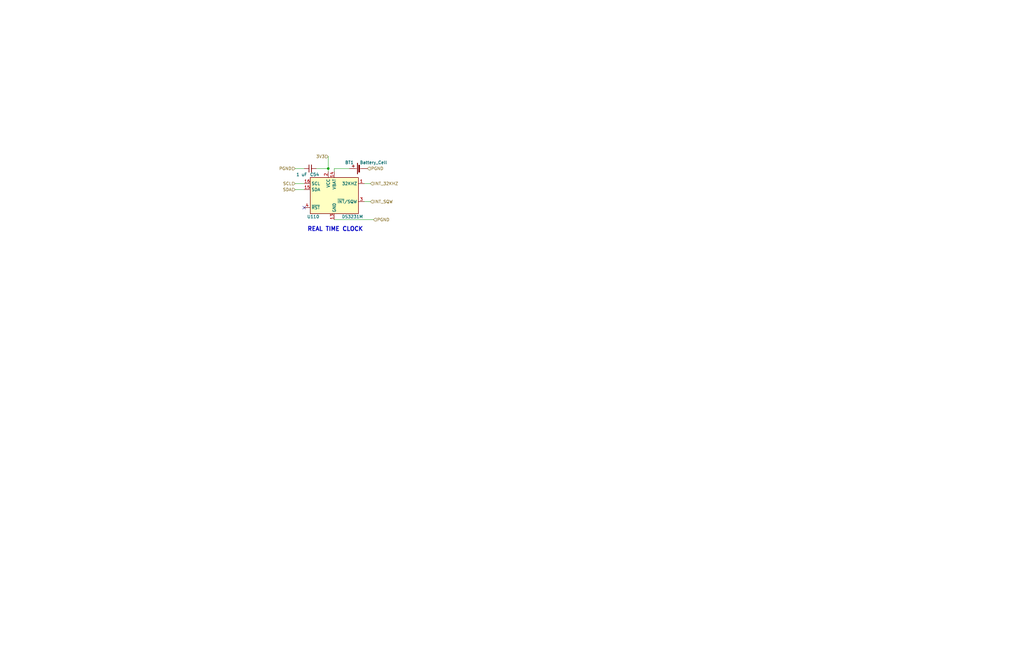
<source format=kicad_sch>
(kicad_sch (version 20230121) (generator eeschema)
  (paper "B")
  (title_block (title "BUM2 LED Controller") (date "2023-01-10") (rev "B"))
  (lib_symbols
    (symbol "Device:Battery_Cell" (pin_numbers hide) (pin_names (offset 0) hide)
      (property "Reference" "BT" (at 2.54 2.54 0))
      (property "Value" "Battery_Cell" (at 2.54 0 0))
      (symbol "Battery_Cell_0_1"
        (rectangle (start -2.286 1.778) (end 2.286 1.524) (fill (type outline)))
        (rectangle (start -1.5748 1.1938) (end 1.4732 0.6858) (fill (type outline)))
        (polyline (pts (xy 0 0.762) (xy 0 0)))
        (polyline (pts (xy 0 1.778) (xy 0 2.54)))
        (polyline (pts (xy 0.508 3.429) (xy 1.524 3.429)) (stroke (width 0.254)))
        (polyline (pts (xy 1.016 3.937) (xy 1.016 2.921)) (stroke (width 0.254)))
      )
      (symbol "Battery_Cell_1_1"
        (pin passive line (at 0 5.08 270) (length 2.54) (name "+") (number "1"))
        (pin passive line (at 0 -2.54 90) (length 2.54) (name "-") (number "2"))
      )
    )
    (symbol "EyeRIS-LRAUV-Control-rescue:C_Small-SPC-Control-rescue-EyeRIS-LRAUV-Control-rescue" (pin_numbers hide) (pin_names (offset 0.254) hide)
      (property "Reference" "C" (at 0.254 1.778 0))
      (property "Value" "C_Small-SPC-Control-rescue-EyeRIS-LRAUV-Control-rescue" (at 0.254 -2.032 0))
      (symbol "C_Small-SPC-Control-rescue-EyeRIS-LRAUV-Control-rescue_0_1"
        (polyline (pts (xy -1.524 -0.508) (xy 1.524 -0.508)) (stroke (width 0.3302)))
        (polyline (pts (xy -1.524 0.508) (xy 1.524 0.508)) (stroke (width 0.3048)))
      )
      (symbol "C_Small-SPC-Control-rescue-EyeRIS-LRAUV-Control-rescue_1_1"
        (pin passive line (at 0 2.54 270) (length 2.032) (name "~") (number "1"))
        (pin passive line (at 0 -2.54 90) (length 2.032) (name "~") (number "2"))
      )
    )
    (symbol "Timer_RTC:DS3231M"
      (property "Reference" "U" (at -7.62 8.89 0))
      (property "Value" "DS3231M" (at 10.16 8.89 0))
      (symbol "DS3231M_0_1"
        (rectangle (start -10.16 7.62) (end 10.16 -7.62) (stroke (width 0.254)) (fill (type background)))
      )
      (symbol "DS3231M_1_1"
        (pin open_collector line (at 12.7 5.08 180) (length 2.54) (name "32KHZ") (number "1"))
        (pin passive line (at 0 -10.16 90) (length 2.54) hide (name "GND") (number "10"))
        (pin passive line (at 0 -10.16 90) (length 2.54) hide (name "GND") (number "11"))
        (pin passive line (at 0 -10.16 90) (length 2.54) hide (name "GND") (number "12"))
        (pin power_in line (at 0 -10.16 90) (length 2.54) (name "GND") (number "13"))
        (pin power_in line (at 0 10.16 270) (length 2.54) (name "VBAT") (number "14"))
        (pin bidirectional line (at -12.7 2.54 0) (length 2.54) (name "SDA") (number "15"))
        (pin input line (at -12.7 5.08 0) (length 2.54) (name "SCL") (number "16"))
        (pin power_in line (at -2.54 10.16 270) (length 2.54) (name "VCC") (number "2"))
        (pin open_collector line (at 12.7 -2.54 180) (length 2.54) (name "~{INT}/SQW") (number "3"))
        (pin bidirectional line (at -12.7 -5.08 0) (length 2.54) (name "~{RST}") (number "4"))
        (pin passive line (at 0 -10.16 90) (length 2.54) hide (name "GND") (number "5"))
        (pin passive line (at 0 -10.16 90) (length 2.54) hide (name "GND") (number "6"))
        (pin passive line (at 0 -10.16 90) (length 2.54) hide (name "GND") (number "7"))
        (pin passive line (at 0 -10.16 90) (length 2.54) hide (name "GND") (number "8"))
        (pin passive line (at 0 -10.16 90) (length 2.54) hide (name "GND") (number "9"))
      )
    )
  )
  (junction (at 138.43 71.12))
  (no_connect (at 128.27 87.63))
  (wire (pts (xy 147.32 71.12) (xy 140.97 71.12)))
  (wire (pts (xy 124.46 71.12) (xy 128.27 71.12)))
  (wire (pts (xy 140.97 71.12) (xy 140.97 72.39)))
  (wire (pts (xy 140.97 92.71) (xy 157.48 92.71)))
  (wire (pts (xy 138.43 71.12) (xy 138.43 66.04)))
  (wire (pts (xy 124.46 77.47) (xy 128.27 77.47)))
  (wire (pts (xy 156.21 85.09) (xy 153.67 85.09)))
  (wire (pts (xy 133.35 71.12) (xy 138.43 71.12)))
  (wire (pts (xy 138.43 72.39) (xy 138.43 71.12)))
  (wire (pts (xy 124.46 80.01) (xy 128.27 80.01)))
  (wire (pts (xy 153.67 77.47) (xy 156.21 77.47)))
  (text "REAL TIME CLOCK\n" (at 129.54 97.79 0) (effects (font (size 1.7526 1.7526) (thickness 0.3505) bold) (justify left bottom)))
  (hierarchical_label "INT_32KHZ" (shape input) (at 156.21 77.47 0))
  (hierarchical_label "PGND" (shape input) (at 154.94 71.12 0))
  (hierarchical_label "PGND" (shape input) (at 124.46 71.12 180))
  (hierarchical_label "INT_SQW" (shape input) (at 156.21 85.09 0))
  (hierarchical_label "3V3" (shape input) (at 138.43 66.04 180))
  (hierarchical_label "SDA" (shape input) (at 124.46 80.01 180))
  (hierarchical_label "PGND" (shape input) (at 157.48 92.71 0))
  (hierarchical_label "SCL" (shape input) (at 124.46 77.47 180))
  (symbol (lib_id "Timer_RTC:DS3231M") (at 140.97 82.55 0) (unit 1)
    (property "Reference" "U110" (at 132.08 91.44 0))
    (property "Value" "DS3231M" (at 148.59 91.44 0))
    (property "Footprint" "Package_SO:SOIC-16W_7.5x10.3mm_P1.27mm" (effects hide))
    (property "Datasheet" "http://datasheets.maximintegrated.com/en/ds/DS3231.pdf" (effects hide))
    (property "Link" "https://www.digikey.com/en/products/detail/maxim-integrated/DS3231SN/1197576" (effects hide))
    (property "Part Number" "DS3231SN#-ND" (effects hide))
    (property "Supplier" "Digikey" (effects hide))
  )
  (symbol (lib_id "Device:Battery_Cell") (at 152.4 71.12 90) (unit 1)
    (property "Reference" "BT1" (at 147.32 68.58 90))
    (property "Value" "Battery_Cell" (at 157.48 68.58 90))
    (property "Footprint" "Battery:BatteryHolder_Keystone_3000_1x12mm" (effects hide))
    (property "Datasheet" "http://www.keyelco.com/product-pdf.cfm?p=777" (effects hide))
    (property "Link" "https://www.digikey.com/en/products/detail/keystone-electronics/3000/227440" (effects hide))
    (property "Part Number" "36-3000-ND" (effects hide))
    (property "Supplier" "Digikey" (effects hide))
  )
  (symbol (lib_id "EyeRIS-LRAUV-Control-rescue:C_Small-SPC-Control-rescue-EyeRIS-LRAUV-Control-rescue") (at 130.81 71.12 90) (unit 1)
    (property "Reference" "C54" (at 134.62 73.66 90) (effects (justify left)))
    (property "Value" "1 uF" (at 129.54 73.66 90) (effects (justify left)))
    (property "Footprint" "Capacitor_SMD:C_0603_1608Metric" (effects hide))
    (property "Datasheet" "https://ds.yuden.co.jp/TYCOMPAS/ut/detail?pn=UMK107AB7105KA-T%20%20&u=M" (effects hide))
    (property "Link" "https://www.digikey.com/en/products/detail/taiyo-yuden/UMK107AB7105KA-T/3660085" (effects hide))
    (property "Part Number" "587-3247-1-ND" (effects hide))
    (property "Supplier" "Digikey" (effects hide))
  )
)
</source>
